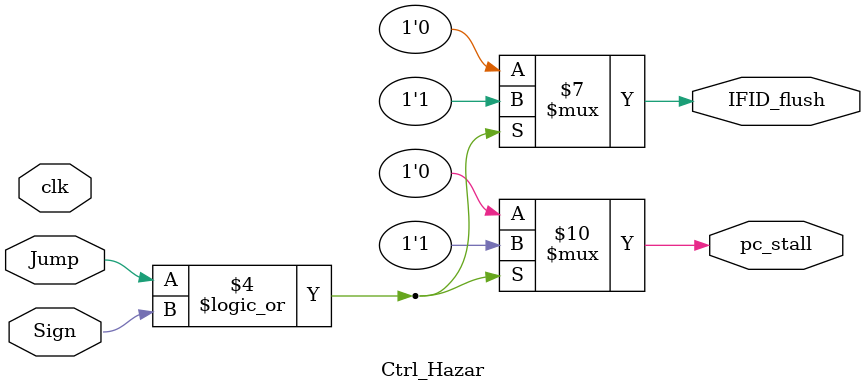
<source format=v>
/*Branch & Jump
bne  beq
bgez bgtz blez bltz
J
*/
module Ctrl_Hazar(clk,Sign,Jump,pc_stall,IFID_flush);
input   clk;
input   Sign; ///Branch 地址跳转条件
input   Jump;
output  reg pc_stall;//清空信号
output  reg IFID_flush;

initial begin 
        pc_stall = 0; 
        IFID_flush = 0;
        end 

always @(1) 
begin
      //jump flush
	   if(Jump==1||Sign==1)   //或者Branch满足跳转
	       begin 
             pc_stall = 1;  
             IFID_flush = 1;/// IFID——flush 
           end
        else 
        begin 
        pc_stall = 0; 
        IFID_flush = 0;
        end 
end
endmodule
</source>
